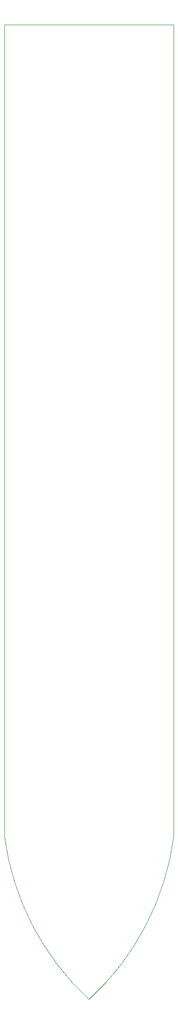
<source format=gbr>
%TF.GenerationSoftware,KiCad,Pcbnew,7.0.2*%
%TF.CreationDate,2023-05-10T22:13:46+02:00*%
%TF.ProjectId,ESPlant-Board,4553506c-616e-4742-9d42-6f6172642e6b,rev?*%
%TF.SameCoordinates,PX76c48e7PY1665c4c*%
%TF.FileFunction,Profile,NP*%
%FSLAX46Y46*%
G04 Gerber Fmt 4.6, Leading zero omitted, Abs format (unit mm)*
G04 Created by KiCad (PCBNEW 7.0.2) date 2023-05-10 22:13:46*
%MOMM*%
%LPD*%
G01*
G04 APERTURE LIST*
%TA.AperFunction,Profile*%
%ADD10C,0.050000*%
%TD*%
%TA.AperFunction,Profile*%
%ADD11C,0.100000*%
%TD*%
G04 APERTURE END LIST*
D10*
X1Y-139380000D02*
G75*
G03*
X14571468Y-167362550I45692963J6008679D01*
G01*
X14571468Y-167362549D02*
G75*
G03*
X29142935Y-139380000I-31121489J33991225D01*
G01*
D11*
X29142937Y0D02*
X29142937Y-139380000D01*
X29142937Y0D02*
X0Y0D01*
X0Y0D02*
X0Y-139380000D01*
M02*

</source>
